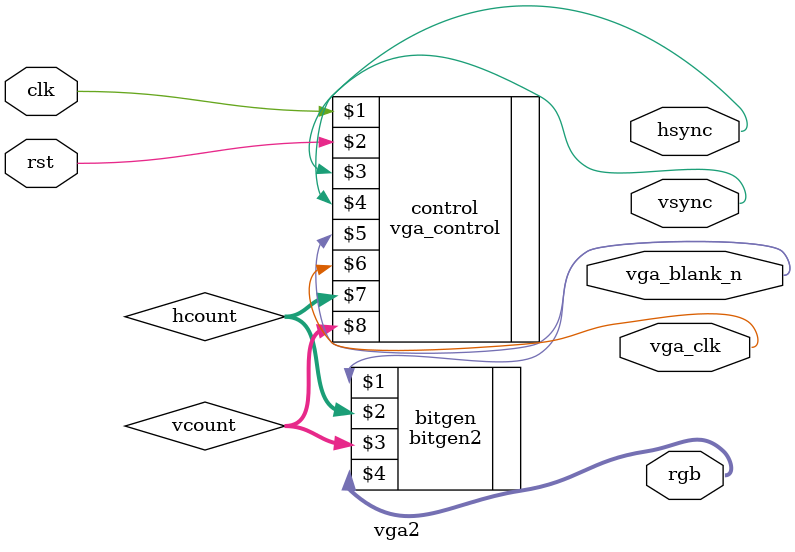
<source format=v>
module vga2(clk, rst, hsync, vsync, vga_blank_n, vga_clk, rgb);
	input clk, rst;
	output hsync, vsync;
	output vga_blank_n, vga_clk;
	output [23:0] rgb;
	
	wire [9:0] hcount, vcount;
	
	vga_control control (clk, rst, hsync, vsync, vga_blank_n, vga_clk, hcount, vcount);
	bitgen2 bitgen (vga_blank_n, hcount, vcount, rgb);
endmodule

</source>
